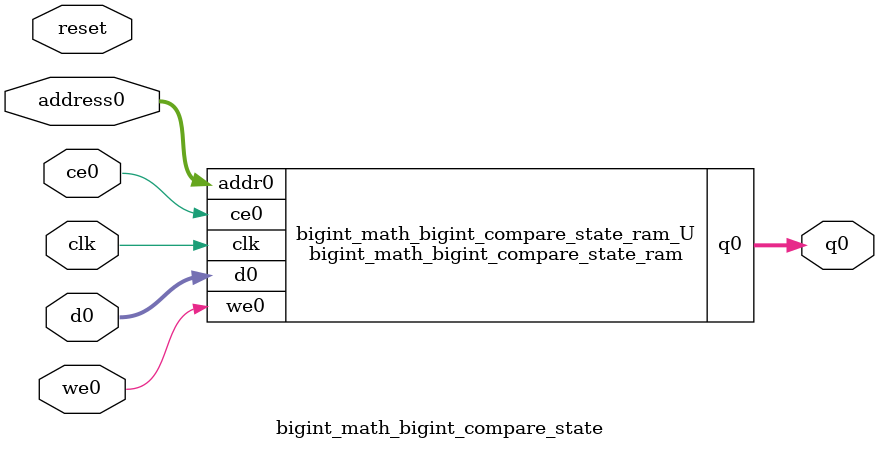
<source format=v>

`timescale 1 ns / 1 ps
module bigint_math_bigint_compare_state_ram (addr0, ce0, d0, we0, q0,  clk);

parameter DWIDTH = 2;
parameter AWIDTH = 8;
parameter MEM_SIZE = 256;

input[AWIDTH-1:0] addr0;
input ce0;
input[DWIDTH-1:0] d0;
input we0;
output reg[DWIDTH-1:0] q0;
input clk;

(* ram_style = "distributed" *)reg [DWIDTH-1:0] ram[MEM_SIZE-1:0];




always @(posedge clk)  
begin 
    if (ce0) 
    begin
        if (we0) 
        begin 
            ram[addr0] <= d0; 
            q0 <= d0;
        end 
        else 
            q0 <= ram[addr0];
    end
end


endmodule


`timescale 1 ns / 1 ps
module bigint_math_bigint_compare_state(
    reset,
    clk,
    address0,
    ce0,
    we0,
    d0,
    q0);

parameter DataWidth = 32'd2;
parameter AddressRange = 32'd256;
parameter AddressWidth = 32'd8;
input reset;
input clk;
input[AddressWidth - 1:0] address0;
input ce0;
input we0;
input[DataWidth - 1:0] d0;
output[DataWidth - 1:0] q0;



bigint_math_bigint_compare_state_ram bigint_math_bigint_compare_state_ram_U(
    .clk( clk ),
    .addr0( address0 ),
    .ce0( ce0 ),
    .d0( d0 ),
    .we0( we0 ),
    .q0( q0 ));

endmodule


</source>
